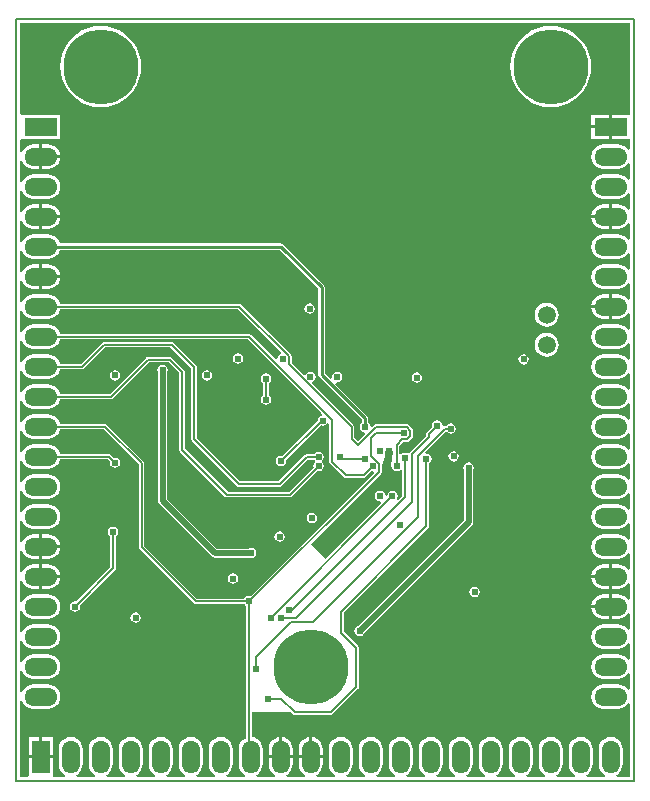
<source format=gbl>
G04*
G04 #@! TF.GenerationSoftware,Altium Limited,Altium Designer,18.1.7 (191)*
G04*
G04 Layer_Physical_Order=4*
G04 Layer_Color=16711680*
%FSLAX25Y25*%
%MOIN*%
G70*
G01*
G75*
%ADD13C,0.01000*%
%ADD15C,0.00800*%
%ADD16C,0.00500*%
%ADD50C,0.02000*%
%ADD54C,0.05906*%
%ADD55C,0.25000*%
%ADD56R,0.11000X0.06000*%
%ADD57O,0.11000X0.06000*%
%ADD58R,0.06000X0.11000*%
%ADD59O,0.06000X0.11000*%
%ADD60C,0.02400*%
G36*
X204871Y222200D02*
X198900D01*
Y218200D01*
Y214200D01*
X204871D01*
Y210580D01*
X204271Y210378D01*
X203753Y211053D01*
X202917Y211694D01*
X201944Y212097D01*
X200900Y212234D01*
X195900D01*
X194856Y212097D01*
X193883Y211694D01*
X193047Y211053D01*
X192406Y210217D01*
X192003Y209244D01*
X191866Y208200D01*
X192003Y207156D01*
X192406Y206183D01*
X193047Y205347D01*
X193883Y204706D01*
X194856Y204303D01*
X195900Y204166D01*
X200900D01*
X201944Y204303D01*
X202917Y204706D01*
X203753Y205347D01*
X204271Y206022D01*
X204871Y205820D01*
Y200580D01*
X204271Y200378D01*
X203753Y201053D01*
X202917Y201694D01*
X201944Y202097D01*
X200900Y202235D01*
X195900D01*
X194856Y202097D01*
X193883Y201694D01*
X193047Y201053D01*
X192406Y200217D01*
X192003Y199244D01*
X191866Y198200D01*
X192003Y197156D01*
X192406Y196183D01*
X193047Y195347D01*
X193883Y194706D01*
X194856Y194303D01*
X195900Y194166D01*
X200900D01*
X201944Y194303D01*
X202917Y194706D01*
X203753Y195347D01*
X204271Y196022D01*
X204871Y195820D01*
Y190580D01*
X204271Y190378D01*
X203753Y191053D01*
X202917Y191694D01*
X201944Y192097D01*
X200900Y192235D01*
X198900D01*
Y188200D01*
Y184166D01*
X200900D01*
X201944Y184303D01*
X202917Y184706D01*
X203753Y185347D01*
X204271Y186022D01*
X204871Y185820D01*
Y180580D01*
X204271Y180378D01*
X203753Y181053D01*
X202917Y181694D01*
X201944Y182097D01*
X200900Y182235D01*
X195900D01*
X194856Y182097D01*
X193883Y181694D01*
X193047Y181053D01*
X192406Y180217D01*
X192003Y179244D01*
X191866Y178200D01*
X192003Y177156D01*
X192406Y176183D01*
X193047Y175347D01*
X193883Y174706D01*
X194856Y174303D01*
X195900Y174165D01*
X200900D01*
X201944Y174303D01*
X202917Y174706D01*
X203753Y175347D01*
X204271Y176022D01*
X204871Y175820D01*
Y170580D01*
X204271Y170378D01*
X203753Y171053D01*
X202917Y171694D01*
X201944Y172097D01*
X200900Y172234D01*
X195900D01*
X194856Y172097D01*
X193883Y171694D01*
X193047Y171053D01*
X192406Y170217D01*
X192003Y169244D01*
X191866Y168200D01*
X192003Y167156D01*
X192406Y166183D01*
X193047Y165347D01*
X193883Y164706D01*
X194856Y164303D01*
X195900Y164165D01*
X200900D01*
X201944Y164303D01*
X202917Y164706D01*
X203753Y165347D01*
X204271Y166022D01*
X204871Y165820D01*
X204871Y160580D01*
X204271Y160378D01*
X203753Y161053D01*
X202917Y161694D01*
X201944Y162097D01*
X200900Y162234D01*
X198900D01*
Y158200D01*
Y154165D01*
X200900D01*
X201944Y154303D01*
X202917Y154706D01*
X203753Y155347D01*
X204271Y156022D01*
X204871Y155820D01*
Y150580D01*
X204271Y150378D01*
X203753Y151053D01*
X202917Y151694D01*
X201944Y152097D01*
X200900Y152234D01*
X195900D01*
X194856Y152097D01*
X193883Y151694D01*
X193047Y151053D01*
X192406Y150217D01*
X192003Y149244D01*
X191866Y148200D01*
X192003Y147156D01*
X192406Y146183D01*
X193047Y145347D01*
X193883Y144706D01*
X194856Y144303D01*
X195900Y144166D01*
X200900D01*
X201944Y144303D01*
X202917Y144706D01*
X203753Y145347D01*
X204271Y146022D01*
X204871Y145820D01*
Y140580D01*
X204271Y140378D01*
X203753Y141053D01*
X202917Y141694D01*
X201944Y142097D01*
X200900Y142235D01*
X195900D01*
X194856Y142097D01*
X193883Y141694D01*
X193047Y141053D01*
X192406Y140217D01*
X192003Y139244D01*
X191866Y138200D01*
X192003Y137156D01*
X192406Y136183D01*
X193047Y135347D01*
X193883Y134706D01*
X194856Y134303D01*
X195900Y134166D01*
X200900D01*
X201944Y134303D01*
X202917Y134706D01*
X203753Y135347D01*
X204271Y136022D01*
X204871Y135820D01*
Y130580D01*
X204271Y130378D01*
X203753Y131053D01*
X202917Y131694D01*
X201944Y132097D01*
X200900Y132235D01*
X195900D01*
X194856Y132097D01*
X193883Y131694D01*
X193047Y131053D01*
X192406Y130217D01*
X192003Y129244D01*
X191866Y128200D01*
X192003Y127156D01*
X192406Y126183D01*
X193047Y125347D01*
X193883Y124706D01*
X194856Y124303D01*
X195900Y124165D01*
X200900D01*
X201944Y124303D01*
X202917Y124706D01*
X203753Y125347D01*
X204271Y126022D01*
X204871Y125820D01*
Y120580D01*
X204271Y120378D01*
X203753Y121053D01*
X202917Y121694D01*
X201944Y122097D01*
X200900Y122234D01*
X195900D01*
X194856Y122097D01*
X193883Y121694D01*
X193047Y121053D01*
X192406Y120217D01*
X192003Y119244D01*
X191866Y118200D01*
X192003Y117156D01*
X192406Y116183D01*
X193047Y115347D01*
X193883Y114706D01*
X194856Y114303D01*
X195900Y114165D01*
X200900D01*
X201944Y114303D01*
X202917Y114706D01*
X203753Y115347D01*
X204271Y116022D01*
X204871Y115820D01*
Y110580D01*
X204271Y110378D01*
X203753Y111053D01*
X202917Y111694D01*
X201944Y112097D01*
X200900Y112234D01*
X195900D01*
X194856Y112097D01*
X193883Y111694D01*
X193047Y111053D01*
X192406Y110217D01*
X192003Y109244D01*
X191866Y108200D01*
X192003Y107156D01*
X192406Y106183D01*
X193047Y105347D01*
X193883Y104706D01*
X194856Y104303D01*
X195900Y104165D01*
X200900D01*
X201944Y104303D01*
X202917Y104706D01*
X203753Y105347D01*
X204271Y106022D01*
X204871Y105820D01*
Y100580D01*
X204271Y100378D01*
X203753Y101053D01*
X202917Y101694D01*
X201944Y102097D01*
X200900Y102234D01*
X195900D01*
X194856Y102097D01*
X193883Y101694D01*
X193047Y101053D01*
X192406Y100217D01*
X192003Y99244D01*
X191866Y98200D01*
X192003Y97156D01*
X192406Y96183D01*
X193047Y95347D01*
X193883Y94706D01*
X194856Y94303D01*
X195900Y94165D01*
X200900D01*
X201944Y94303D01*
X202917Y94706D01*
X203753Y95347D01*
X204271Y96022D01*
X204871Y95820D01*
X204871Y90580D01*
X204271Y90378D01*
X203753Y91053D01*
X202917Y91694D01*
X201944Y92097D01*
X200900Y92234D01*
X195900D01*
X194856Y92097D01*
X193883Y91694D01*
X193047Y91053D01*
X192406Y90217D01*
X192003Y89244D01*
X191866Y88200D01*
X192003Y87156D01*
X192406Y86183D01*
X193047Y85347D01*
X193883Y84706D01*
X194856Y84303D01*
X195900Y84166D01*
X200900D01*
X201944Y84303D01*
X202917Y84706D01*
X203753Y85347D01*
X204271Y86022D01*
X204871Y85820D01*
Y80580D01*
X204271Y80378D01*
X203753Y81053D01*
X202917Y81694D01*
X201944Y82097D01*
X200900Y82235D01*
X195900D01*
X194856Y82097D01*
X193883Y81694D01*
X193047Y81053D01*
X192406Y80217D01*
X192003Y79244D01*
X191866Y78200D01*
X192003Y77156D01*
X192406Y76183D01*
X193047Y75347D01*
X193883Y74706D01*
X194856Y74303D01*
X195900Y74165D01*
X200900D01*
X201944Y74303D01*
X202917Y74706D01*
X203753Y75347D01*
X204271Y76022D01*
X204871Y75820D01*
Y70580D01*
X204271Y70378D01*
X203753Y71053D01*
X202917Y71694D01*
X201944Y72097D01*
X200900Y72234D01*
X198900D01*
Y68200D01*
Y64166D01*
X200900D01*
X201944Y64303D01*
X202917Y64706D01*
X203753Y65347D01*
X204271Y66022D01*
X204871Y65820D01*
Y60580D01*
X204271Y60378D01*
X203753Y61053D01*
X202917Y61694D01*
X201944Y62097D01*
X200900Y62234D01*
X198900D01*
Y58200D01*
Y54166D01*
X200900D01*
X201944Y54303D01*
X202917Y54706D01*
X203753Y55347D01*
X204271Y56022D01*
X204871Y55820D01*
X204871Y50580D01*
X204271Y50378D01*
X203753Y51053D01*
X202917Y51694D01*
X201944Y52097D01*
X200900Y52235D01*
X195900D01*
X194856Y52097D01*
X193883Y51694D01*
X193047Y51053D01*
X192406Y50217D01*
X192003Y49244D01*
X191866Y48200D01*
X192003Y47156D01*
X192406Y46183D01*
X193047Y45347D01*
X193883Y44706D01*
X194856Y44303D01*
X195900Y44166D01*
X200900D01*
X201944Y44303D01*
X202917Y44706D01*
X203753Y45347D01*
X204271Y46022D01*
X204871Y45820D01*
Y40580D01*
X204271Y40378D01*
X203753Y41053D01*
X202917Y41694D01*
X201944Y42097D01*
X200900Y42235D01*
X195900D01*
X194856Y42097D01*
X193883Y41694D01*
X193047Y41053D01*
X192406Y40217D01*
X192003Y39244D01*
X191866Y38200D01*
X192003Y37156D01*
X192406Y36183D01*
X193047Y35347D01*
X193883Y34706D01*
X194856Y34303D01*
X195900Y34165D01*
X200900D01*
X201944Y34303D01*
X202917Y34706D01*
X203753Y35347D01*
X204271Y36022D01*
X204871Y35820D01*
Y30580D01*
X204271Y30378D01*
X203753Y31053D01*
X202917Y31694D01*
X201944Y32097D01*
X200900Y32234D01*
X195900D01*
X194856Y32097D01*
X193883Y31694D01*
X193047Y31053D01*
X192406Y30217D01*
X192003Y29244D01*
X191866Y28200D01*
X192003Y27156D01*
X192406Y26183D01*
X193047Y25347D01*
X193883Y24706D01*
X194856Y24303D01*
X195900Y24166D01*
X200900D01*
X201944Y24303D01*
X202917Y24706D01*
X203753Y25347D01*
X204271Y26022D01*
X204871Y25820D01*
X204871Y1522D01*
X200334D01*
X200215Y2122D01*
X200417Y2206D01*
X201253Y2847D01*
X201894Y3683D01*
X202297Y4656D01*
X202434Y5700D01*
Y10700D01*
X202297Y11744D01*
X201894Y12717D01*
X201253Y13553D01*
X200417Y14194D01*
X199444Y14597D01*
X198400Y14735D01*
X197356Y14597D01*
X196383Y14194D01*
X195547Y13553D01*
X194906Y12717D01*
X194503Y11744D01*
X194366Y10700D01*
Y5700D01*
X194503Y4656D01*
X194906Y3683D01*
X195547Y2847D01*
X196383Y2206D01*
X196585Y2122D01*
X196466Y1522D01*
X190334D01*
X190215Y2122D01*
X190417Y2206D01*
X191253Y2847D01*
X191894Y3683D01*
X192297Y4656D01*
X192435Y5700D01*
Y10700D01*
X192297Y11744D01*
X191894Y12717D01*
X191253Y13553D01*
X190417Y14194D01*
X189444Y14597D01*
X188400Y14735D01*
X187356Y14597D01*
X186383Y14194D01*
X185547Y13553D01*
X184906Y12717D01*
X184503Y11744D01*
X184365Y10700D01*
Y5700D01*
X184503Y4656D01*
X184906Y3683D01*
X185547Y2847D01*
X186383Y2206D01*
X186585Y2122D01*
X186466Y1522D01*
X180334D01*
X180215Y2122D01*
X180417Y2206D01*
X181253Y2847D01*
X181894Y3683D01*
X182297Y4656D01*
X182434Y5700D01*
Y10700D01*
X182297Y11744D01*
X181894Y12717D01*
X181253Y13553D01*
X180417Y14194D01*
X179444Y14597D01*
X178400Y14735D01*
X177356Y14597D01*
X176383Y14194D01*
X175547Y13553D01*
X174906Y12717D01*
X174503Y11744D01*
X174365Y10700D01*
Y5700D01*
X174503Y4656D01*
X174906Y3683D01*
X175547Y2847D01*
X176383Y2206D01*
X176585Y2122D01*
X176466Y1522D01*
X170334D01*
X170215Y2122D01*
X170417Y2206D01*
X171253Y2847D01*
X171894Y3683D01*
X172297Y4656D01*
X172434Y5700D01*
Y10700D01*
X172297Y11744D01*
X171894Y12717D01*
X171253Y13553D01*
X170417Y14194D01*
X169444Y14597D01*
X168400Y14735D01*
X167356Y14597D01*
X166383Y14194D01*
X165547Y13553D01*
X164906Y12717D01*
X164503Y11744D01*
X164365Y10700D01*
Y5700D01*
X164503Y4656D01*
X164906Y3683D01*
X165547Y2847D01*
X166383Y2206D01*
X166585Y2122D01*
X166466Y1522D01*
X160334D01*
X160215Y2122D01*
X160417Y2206D01*
X161253Y2847D01*
X161894Y3683D01*
X162297Y4656D01*
X162434Y5700D01*
Y10700D01*
X162297Y11744D01*
X161894Y12717D01*
X161253Y13553D01*
X160417Y14194D01*
X159444Y14597D01*
X158400Y14735D01*
X157356Y14597D01*
X156383Y14194D01*
X155547Y13553D01*
X154906Y12717D01*
X154503Y11744D01*
X154366Y10700D01*
Y5700D01*
X154503Y4656D01*
X154906Y3683D01*
X155547Y2847D01*
X156383Y2206D01*
X156585Y2122D01*
X156466Y1522D01*
X150334D01*
X150215Y2122D01*
X150417Y2206D01*
X151253Y2847D01*
X151894Y3683D01*
X152297Y4656D01*
X152435Y5700D01*
Y10700D01*
X152297Y11744D01*
X151894Y12717D01*
X151253Y13553D01*
X150417Y14194D01*
X149444Y14597D01*
X148400Y14735D01*
X147356Y14597D01*
X146383Y14194D01*
X145547Y13553D01*
X144906Y12717D01*
X144503Y11744D01*
X144366Y10700D01*
Y5700D01*
X144503Y4656D01*
X144906Y3683D01*
X145547Y2847D01*
X146383Y2206D01*
X146585Y2122D01*
X146466Y1522D01*
X140334D01*
X140215Y2122D01*
X140417Y2206D01*
X141253Y2847D01*
X141894Y3683D01*
X142297Y4656D01*
X142435Y5700D01*
Y10700D01*
X142297Y11744D01*
X141894Y12717D01*
X141253Y13553D01*
X140417Y14194D01*
X139444Y14597D01*
X138400Y14735D01*
X137356Y14597D01*
X136383Y14194D01*
X135547Y13553D01*
X134906Y12717D01*
X134503Y11744D01*
X134365Y10700D01*
Y5700D01*
X134503Y4656D01*
X134906Y3683D01*
X135547Y2847D01*
X136383Y2206D01*
X136585Y2122D01*
X136466Y1522D01*
X130334D01*
X130215Y2122D01*
X130417Y2206D01*
X131253Y2847D01*
X131894Y3683D01*
X132297Y4656D01*
X132434Y5700D01*
Y10700D01*
X132297Y11744D01*
X131894Y12717D01*
X131253Y13553D01*
X130417Y14194D01*
X129444Y14597D01*
X128400Y14735D01*
X127356Y14597D01*
X126383Y14194D01*
X125547Y13553D01*
X124906Y12717D01*
X124503Y11744D01*
X124365Y10700D01*
Y5700D01*
X124503Y4656D01*
X124906Y3683D01*
X125547Y2847D01*
X126383Y2206D01*
X126585Y2122D01*
X126466Y1522D01*
X120334D01*
X120215Y2122D01*
X120417Y2206D01*
X121253Y2847D01*
X121894Y3683D01*
X122297Y4656D01*
X122434Y5700D01*
Y10700D01*
X122297Y11744D01*
X121894Y12717D01*
X121253Y13553D01*
X120417Y14194D01*
X119444Y14597D01*
X118400Y14735D01*
X117356Y14597D01*
X116383Y14194D01*
X115547Y13553D01*
X114906Y12717D01*
X114503Y11744D01*
X114365Y10700D01*
Y5700D01*
X114503Y4656D01*
X114906Y3683D01*
X115547Y2847D01*
X116383Y2206D01*
X116585Y2122D01*
X116466Y1522D01*
X110334D01*
X110215Y2122D01*
X110417Y2206D01*
X111253Y2847D01*
X111894Y3683D01*
X112297Y4656D01*
X112434Y5700D01*
Y10700D01*
X112297Y11744D01*
X111894Y12717D01*
X111253Y13553D01*
X110417Y14194D01*
X109444Y14597D01*
X108400Y14735D01*
X107356Y14597D01*
X106383Y14194D01*
X105547Y13553D01*
X104906Y12717D01*
X104503Y11744D01*
X104366Y10700D01*
Y5700D01*
X104503Y4656D01*
X104906Y3683D01*
X105547Y2847D01*
X106383Y2206D01*
X106585Y2122D01*
X106466Y1522D01*
X100334Y1522D01*
X100215Y2122D01*
X100417Y2206D01*
X101253Y2847D01*
X101894Y3683D01*
X102297Y4656D01*
X102435Y5700D01*
Y7700D01*
X98400D01*
X94366D01*
Y5700D01*
X94503Y4656D01*
X94906Y3683D01*
X95547Y2847D01*
X96383Y2206D01*
X96585Y2122D01*
X96466Y1522D01*
X90334D01*
X90215Y2122D01*
X90417Y2206D01*
X91253Y2847D01*
X91894Y3683D01*
X92297Y4656D01*
X92435Y5700D01*
Y7700D01*
X88400D01*
X84365D01*
Y5700D01*
X84503Y4656D01*
X84906Y3683D01*
X85547Y2847D01*
X86383Y2206D01*
X86585Y2122D01*
X86466Y1522D01*
X80334D01*
X80215Y2122D01*
X80417Y2206D01*
X81253Y2847D01*
X81894Y3683D01*
X82297Y4656D01*
X82434Y5700D01*
Y10700D01*
X82297Y11744D01*
X81894Y12717D01*
X81253Y13553D01*
X80417Y14194D01*
X79444Y14597D01*
X78818Y14680D01*
Y23000D01*
X91702D01*
X92351Y22351D01*
X92649Y22152D01*
X93000Y22082D01*
X105000D01*
X105351Y22152D01*
X105649Y22351D01*
X114149Y30851D01*
X114348Y31149D01*
X114418Y31500D01*
Y44500D01*
X114348Y44851D01*
X114149Y45149D01*
X109418Y49880D01*
Y56120D01*
X137590Y84292D01*
X137789Y84590D01*
X137859Y84941D01*
Y106009D01*
X138167Y106215D01*
X138542Y106778D01*
X138674Y107441D01*
X138542Y108104D01*
X138167Y108667D01*
X137604Y109042D01*
X136941Y109174D01*
X136791Y109144D01*
X136495Y109697D01*
X143066Y116268D01*
X143774Y116274D01*
X144337Y115899D01*
X145000Y115767D01*
X145663Y115899D01*
X146226Y116274D01*
X146601Y116837D01*
X146733Y117500D01*
X146601Y118163D01*
X146226Y118726D01*
X145663Y119101D01*
X145000Y119233D01*
X144337Y119101D01*
X143774Y118726D01*
X143569Y118418D01*
X143000D01*
X142822Y118382D01*
X142722Y118402D01*
X142326Y118632D01*
X142182Y118757D01*
X142101Y119163D01*
X141726Y119726D01*
X141163Y120101D01*
X140500Y120233D01*
X139837Y120101D01*
X139274Y119726D01*
X138899Y119163D01*
X138767Y118500D01*
X138839Y118137D01*
X137179Y116476D01*
X136980Y116179D01*
X136910Y115828D01*
Y115208D01*
X131351Y109649D01*
X131152Y109351D01*
X130545Y109374D01*
X130492Y109409D01*
X129828Y109541D01*
X129165Y109409D01*
X128603Y109034D01*
X128518Y108906D01*
X127918Y109088D01*
Y111620D01*
X129280Y112982D01*
X130370D01*
X130721Y113052D01*
X131019Y113251D01*
X132249Y114481D01*
X132448Y114779D01*
X132518Y115130D01*
Y116870D01*
X132448Y117221D01*
X132249Y117519D01*
X131019Y118749D01*
X130721Y118948D01*
X130370Y119018D01*
X120100D01*
X119749Y118948D01*
X119451Y118749D01*
X118821Y118119D01*
X118170Y118317D01*
X118101Y118663D01*
X117726Y119226D01*
X117520Y119363D01*
Y121000D01*
X117442Y121390D01*
X117221Y121721D01*
X106563Y132379D01*
X106578Y132531D01*
X107229Y133014D01*
X107244Y133011D01*
X107907Y133143D01*
X108470Y133519D01*
X108845Y134081D01*
X108977Y134744D01*
X108845Y135407D01*
X108470Y135970D01*
X107907Y136346D01*
X107244Y136477D01*
X106581Y136346D01*
X106018Y135970D01*
X105643Y135407D01*
X105511Y134744D01*
X105514Y134729D01*
X105032Y134078D01*
X104879Y134063D01*
X103020Y135922D01*
Y164680D01*
X102942Y165070D01*
X102721Y165401D01*
X89201Y178921D01*
X88870Y179142D01*
X88480Y179220D01*
X14800D01*
X14797Y179244D01*
X14394Y180217D01*
X13753Y181053D01*
X12917Y181694D01*
X11944Y182097D01*
X10900Y182235D01*
X5900D01*
X4856Y182097D01*
X3883Y181694D01*
X3047Y181053D01*
X2406Y180217D01*
X2129Y179549D01*
X1529Y179669D01*
Y186731D01*
X2129Y186851D01*
X2406Y186183D01*
X3047Y185347D01*
X3883Y184706D01*
X4856Y184303D01*
X5900Y184166D01*
X7900D01*
Y188200D01*
Y192235D01*
X5900D01*
X4856Y192097D01*
X3883Y191694D01*
X3047Y191053D01*
X2406Y190217D01*
X2129Y189549D01*
X1529Y189669D01*
X1529Y196731D01*
X2129Y196851D01*
X2406Y196183D01*
X3047Y195347D01*
X3883Y194706D01*
X4856Y194303D01*
X5900Y194166D01*
X10900D01*
X11944Y194303D01*
X12917Y194706D01*
X13753Y195347D01*
X14394Y196183D01*
X14797Y197156D01*
X14934Y198200D01*
X14797Y199244D01*
X14394Y200217D01*
X13753Y201053D01*
X12917Y201694D01*
X11944Y202097D01*
X10900Y202235D01*
X5900D01*
X4856Y202097D01*
X3883Y201694D01*
X3047Y201053D01*
X2406Y200217D01*
X2129Y199549D01*
X1529Y199669D01*
Y206731D01*
X2129Y206851D01*
X2406Y206183D01*
X3047Y205347D01*
X3883Y204706D01*
X4856Y204303D01*
X5900Y204166D01*
X7900D01*
Y208200D01*
Y212234D01*
X5900D01*
X4856Y212097D01*
X3883Y211694D01*
X3047Y211053D01*
X2406Y210217D01*
X2129Y209549D01*
X1529Y209669D01*
Y213754D01*
X1900Y214200D01*
X2129Y214200D01*
X14900D01*
Y222200D01*
X2129D01*
X1529Y222646D01*
Y252671D01*
X204871Y252671D01*
X204871Y222200D01*
D02*
G37*
G36*
X100980Y164257D02*
Y135500D01*
X101058Y135110D01*
X101279Y134779D01*
X115480Y120578D01*
Y119363D01*
X115274Y119226D01*
X114899Y118663D01*
X114767Y118000D01*
X114899Y117337D01*
X115274Y116774D01*
X115837Y116399D01*
X116183Y116330D01*
X116381Y115679D01*
X114000Y113298D01*
X112918Y114380D01*
Y118000D01*
X112848Y118351D01*
X112649Y118649D01*
X98732Y132566D01*
X98875Y133038D01*
X98970Y133177D01*
X99481Y133519D01*
X99857Y134081D01*
X99989Y134744D01*
X99857Y135407D01*
X99481Y135970D01*
X98919Y136346D01*
X98256Y136477D01*
X97593Y136346D01*
X97030Y135970D01*
X96688Y135458D01*
X96550Y135363D01*
X96078Y135220D01*
X92018Y139280D01*
Y141742D01*
X91948Y142093D01*
X91749Y142391D01*
X75291Y158849D01*
X74993Y159048D01*
X74642Y159118D01*
X14814D01*
X14797Y159244D01*
X14394Y160217D01*
X13753Y161053D01*
X12917Y161694D01*
X11944Y162097D01*
X10900Y162234D01*
X5900D01*
X4856Y162097D01*
X3883Y161694D01*
X3047Y161053D01*
X2406Y160217D01*
X2129Y159549D01*
X1529Y159669D01*
Y166731D01*
X2129Y166851D01*
X2406Y166183D01*
X3047Y165347D01*
X3883Y164706D01*
X4856Y164303D01*
X5900Y164165D01*
X7900D01*
Y168200D01*
Y172234D01*
X5900D01*
X4856Y172097D01*
X3883Y171694D01*
X3047Y171053D01*
X2406Y170217D01*
X2129Y169549D01*
X1529Y169669D01*
Y176731D01*
X2129Y176851D01*
X2406Y176183D01*
X3047Y175347D01*
X3883Y174706D01*
X4856Y174303D01*
X5900Y174165D01*
X10900D01*
X11944Y174303D01*
X12917Y174706D01*
X13753Y175347D01*
X14394Y176183D01*
X14797Y177156D01*
X14800Y177180D01*
X88057D01*
X100980Y164257D01*
D02*
G37*
G36*
X88507Y143037D02*
X88422Y142754D01*
X88268Y142428D01*
X87774Y142098D01*
X87399Y141536D01*
X87273Y140903D01*
X87144Y140818D01*
X86704Y140623D01*
X78479Y148849D01*
X78181Y149048D01*
X77830Y149118D01*
X14814D01*
X14797Y149244D01*
X14394Y150217D01*
X13753Y151053D01*
X12917Y151694D01*
X11944Y152097D01*
X10900Y152234D01*
X5900D01*
X4856Y152097D01*
X3883Y151694D01*
X3047Y151053D01*
X2406Y150217D01*
X2129Y149549D01*
X1529Y149669D01*
Y156731D01*
X2129Y156851D01*
X2406Y156183D01*
X3047Y155347D01*
X3883Y154706D01*
X4856Y154303D01*
X5900Y154165D01*
X10900D01*
X11944Y154303D01*
X12917Y154706D01*
X13753Y155347D01*
X14394Y156183D01*
X14797Y157156D01*
X14814Y157282D01*
X74262D01*
X88507Y143037D01*
D02*
G37*
G36*
X102256Y122476D02*
X102059Y121825D01*
X101837Y121781D01*
X101274Y121405D01*
X100899Y120843D01*
X100783Y120260D01*
X88863Y108341D01*
X88500Y108413D01*
X87837Y108281D01*
X87274Y107905D01*
X86899Y107343D01*
X86767Y106679D01*
X86899Y106016D01*
X87274Y105454D01*
X87837Y105078D01*
X88500Y104946D01*
X89163Y105078D01*
X89726Y105454D01*
X90101Y106016D01*
X90233Y106679D01*
X90161Y107043D01*
X101753Y118634D01*
X101837Y118578D01*
X102500Y118446D01*
X103163Y118578D01*
X103726Y118954D01*
X103982Y119338D01*
X104582Y119156D01*
Y106500D01*
X104652Y106149D01*
X104851Y105851D01*
X109351Y101351D01*
X109649Y101152D01*
X110000Y101082D01*
X116000D01*
X116351Y101152D01*
X116649Y101351D01*
X118593Y103296D01*
X119164Y103227D01*
X119414Y102711D01*
X78330Y61628D01*
X77800Y61733D01*
X77137Y61601D01*
X76574Y61226D01*
X76302Y60818D01*
X60480D01*
X42918Y78380D01*
Y106000D01*
X42848Y106351D01*
X42649Y106649D01*
X30449Y118849D01*
X30151Y119048D01*
X29800Y119118D01*
X14814D01*
X14797Y119244D01*
X14394Y120217D01*
X13753Y121053D01*
X12917Y121694D01*
X11944Y122097D01*
X10900Y122234D01*
X5900D01*
X4856Y122097D01*
X3883Y121694D01*
X3047Y121053D01*
X2406Y120217D01*
X2129Y119549D01*
X1529Y119669D01*
Y126731D01*
X2129Y126851D01*
X2406Y126183D01*
X3047Y125347D01*
X3883Y124706D01*
X4856Y124303D01*
X5900Y124165D01*
X10900D01*
X11944Y124303D01*
X12917Y124706D01*
X13753Y125347D01*
X14394Y126183D01*
X14797Y127156D01*
X14814Y127282D01*
X31700D01*
X32051Y127352D01*
X32349Y127551D01*
X44380Y139582D01*
X51120D01*
X54582Y136120D01*
Y110500D01*
X54652Y110149D01*
X54851Y109851D01*
X69851Y94851D01*
X70149Y94652D01*
X70500Y94582D01*
X91500D01*
X91851Y94652D01*
X92149Y94851D01*
X100637Y103339D01*
X101000Y103267D01*
X101663Y103399D01*
X102226Y103774D01*
X102601Y104337D01*
X102733Y105000D01*
X102601Y105663D01*
X102226Y106226D01*
Y106774D01*
X102601Y107337D01*
X102733Y108000D01*
X102601Y108663D01*
X102226Y109226D01*
X101663Y109601D01*
X101000Y109733D01*
X100337Y109601D01*
X99774Y109226D01*
X99569Y108918D01*
X97000D01*
X96649Y108848D01*
X96351Y108649D01*
X87620Y99918D01*
X74880D01*
X60418Y114380D01*
Y138000D01*
X60348Y138351D01*
X60149Y138649D01*
X52649Y146149D01*
X52351Y146348D01*
X52000Y146418D01*
X29500D01*
X29149Y146348D01*
X28851Y146149D01*
X21820Y139118D01*
X14814D01*
X14797Y139244D01*
X14394Y140217D01*
X13753Y141053D01*
X12917Y141694D01*
X11944Y142097D01*
X10900Y142235D01*
X5900D01*
X4856Y142097D01*
X3883Y141694D01*
X3047Y141053D01*
X2406Y140217D01*
X2129Y139549D01*
X1529Y139669D01*
Y146731D01*
X2129Y146851D01*
X2406Y146183D01*
X3047Y145347D01*
X3883Y144706D01*
X4856Y144303D01*
X5900Y144166D01*
X10900D01*
X11944Y144303D01*
X12917Y144706D01*
X13753Y145347D01*
X14394Y146183D01*
X14797Y147156D01*
X14814Y147282D01*
X77450D01*
X102256Y122476D01*
D02*
G37*
G36*
X41082Y105620D02*
Y78000D01*
X41152Y77649D01*
X41351Y77351D01*
X59451Y59251D01*
X59749Y59052D01*
X60100Y58982D01*
X76435D01*
X76574Y58774D01*
X76982Y58502D01*
Y14442D01*
X76383Y14194D01*
X75547Y13553D01*
X74906Y12717D01*
X74503Y11744D01*
X74366Y10700D01*
Y5700D01*
X74503Y4656D01*
X74906Y3683D01*
X75547Y2847D01*
X76383Y2206D01*
X76585Y2122D01*
X76466Y1522D01*
X70334D01*
X70215Y2122D01*
X70417Y2206D01*
X71253Y2847D01*
X71894Y3683D01*
X72297Y4656D01*
X72435Y5700D01*
Y10700D01*
X72297Y11744D01*
X71894Y12717D01*
X71253Y13553D01*
X70417Y14194D01*
X69444Y14597D01*
X68400Y14735D01*
X67356Y14597D01*
X66383Y14194D01*
X65547Y13553D01*
X64906Y12717D01*
X64503Y11744D01*
X64366Y10700D01*
Y5700D01*
X64503Y4656D01*
X64906Y3683D01*
X65547Y2847D01*
X66383Y2206D01*
X66585Y2122D01*
X66466Y1522D01*
X60334D01*
X60215Y2122D01*
X60417Y2206D01*
X61253Y2847D01*
X61894Y3683D01*
X62297Y4656D01*
X62435Y5700D01*
Y10700D01*
X62297Y11744D01*
X61894Y12717D01*
X61253Y13553D01*
X60417Y14194D01*
X59444Y14597D01*
X58400Y14735D01*
X57356Y14597D01*
X56383Y14194D01*
X55547Y13553D01*
X54906Y12717D01*
X54503Y11744D01*
X54365Y10700D01*
Y5700D01*
X54503Y4656D01*
X54906Y3683D01*
X55547Y2847D01*
X56383Y2206D01*
X56585Y2122D01*
X56466Y1522D01*
X50334D01*
X50215Y2122D01*
X50417Y2206D01*
X51253Y2847D01*
X51894Y3683D01*
X52297Y4656D01*
X52434Y5700D01*
Y10700D01*
X52297Y11744D01*
X51894Y12717D01*
X51253Y13553D01*
X50417Y14194D01*
X49444Y14597D01*
X48400Y14735D01*
X47356Y14597D01*
X46383Y14194D01*
X45547Y13553D01*
X44906Y12717D01*
X44503Y11744D01*
X44366Y10700D01*
Y5700D01*
X44503Y4656D01*
X44906Y3683D01*
X45547Y2847D01*
X46383Y2206D01*
X46585Y2122D01*
X46466Y1522D01*
X40334D01*
X40215Y2122D01*
X40417Y2206D01*
X41253Y2847D01*
X41894Y3683D01*
X42297Y4656D01*
X42434Y5700D01*
Y10700D01*
X42297Y11744D01*
X41894Y12717D01*
X41253Y13553D01*
X40417Y14194D01*
X39444Y14597D01*
X38400Y14735D01*
X37356Y14597D01*
X36383Y14194D01*
X35547Y13553D01*
X34906Y12717D01*
X34503Y11744D01*
X34365Y10700D01*
Y5700D01*
X34503Y4656D01*
X34906Y3683D01*
X35547Y2847D01*
X36383Y2206D01*
X36585Y2122D01*
X36466Y1522D01*
X30334D01*
X30215Y2122D01*
X30417Y2206D01*
X31253Y2847D01*
X31894Y3683D01*
X32297Y4656D01*
X32434Y5700D01*
Y10700D01*
X32297Y11744D01*
X31894Y12717D01*
X31253Y13553D01*
X30417Y14194D01*
X29444Y14597D01*
X28400Y14735D01*
X27356Y14597D01*
X26383Y14194D01*
X25547Y13553D01*
X24906Y12717D01*
X24503Y11744D01*
X24365Y10700D01*
Y5700D01*
X24503Y4656D01*
X24906Y3683D01*
X25547Y2847D01*
X26383Y2206D01*
X26585Y2122D01*
X26466Y1522D01*
X20334D01*
X20215Y2122D01*
X20417Y2206D01*
X21253Y2847D01*
X21894Y3683D01*
X22297Y4656D01*
X22434Y5700D01*
Y10700D01*
X22297Y11744D01*
X21894Y12717D01*
X21253Y13553D01*
X20417Y14194D01*
X19444Y14597D01*
X18400Y14735D01*
X17356Y14597D01*
X16383Y14194D01*
X15547Y13553D01*
X14906Y12717D01*
X14503Y11744D01*
X14366Y10700D01*
Y5700D01*
X14503Y4656D01*
X14906Y3683D01*
X15547Y2847D01*
X16383Y2206D01*
X16585Y2122D01*
X16466Y1522D01*
X12926D01*
X12400Y1700D01*
X12400Y2122D01*
Y7700D01*
X8400D01*
X4400D01*
Y2122D01*
X3874Y1522D01*
X1529D01*
Y26731D01*
X2129Y26851D01*
X2406Y26183D01*
X3047Y25347D01*
X3883Y24706D01*
X4856Y24303D01*
X5900Y24166D01*
X10900D01*
X11944Y24303D01*
X12917Y24706D01*
X13753Y25347D01*
X14394Y26183D01*
X14797Y27156D01*
X14934Y28200D01*
X14797Y29244D01*
X14394Y30217D01*
X13753Y31053D01*
X12917Y31694D01*
X11944Y32097D01*
X10900Y32234D01*
X5900D01*
X4856Y32097D01*
X3883Y31694D01*
X3047Y31053D01*
X2406Y30217D01*
X2129Y29549D01*
X1529Y29669D01*
Y36731D01*
X2129Y36851D01*
X2406Y36183D01*
X3047Y35347D01*
X3883Y34706D01*
X4856Y34303D01*
X5900Y34165D01*
X10900D01*
X11944Y34303D01*
X12917Y34706D01*
X13753Y35347D01*
X14394Y36183D01*
X14797Y37156D01*
X14934Y38200D01*
X14797Y39244D01*
X14394Y40217D01*
X13753Y41053D01*
X12917Y41694D01*
X11944Y42097D01*
X10900Y42235D01*
X5900D01*
X4856Y42097D01*
X3883Y41694D01*
X3047Y41053D01*
X2406Y40217D01*
X2129Y39549D01*
X1529Y39669D01*
Y46731D01*
X2129Y46851D01*
X2406Y46183D01*
X3047Y45347D01*
X3883Y44706D01*
X4856Y44303D01*
X5900Y44166D01*
X10900D01*
X11944Y44303D01*
X12917Y44706D01*
X13753Y45347D01*
X14394Y46183D01*
X14797Y47156D01*
X14934Y48200D01*
X14797Y49244D01*
X14394Y50217D01*
X13753Y51053D01*
X12917Y51694D01*
X11944Y52097D01*
X10900Y52235D01*
X5900D01*
X4856Y52097D01*
X3883Y51694D01*
X3047Y51053D01*
X2406Y50217D01*
X2129Y49549D01*
X1529Y49669D01*
Y56731D01*
X2129Y56851D01*
X2406Y56183D01*
X3047Y55347D01*
X3883Y54706D01*
X4856Y54303D01*
X5900Y54166D01*
X10900D01*
X11944Y54303D01*
X12917Y54706D01*
X13753Y55347D01*
X14394Y56183D01*
X14797Y57156D01*
X14934Y58200D01*
X14797Y59244D01*
X14394Y60217D01*
X13753Y61053D01*
X12917Y61694D01*
X11944Y62097D01*
X10900Y62234D01*
X5900D01*
X4856Y62097D01*
X3883Y61694D01*
X3047Y61053D01*
X2406Y60217D01*
X2129Y59549D01*
X1529Y59669D01*
X1529Y66731D01*
X2129Y66851D01*
X2406Y66183D01*
X3047Y65347D01*
X3883Y64706D01*
X4856Y64303D01*
X5900Y64166D01*
X7900D01*
Y68200D01*
Y72234D01*
X5900D01*
X4856Y72097D01*
X3883Y71694D01*
X3047Y71053D01*
X2406Y70217D01*
X2129Y69549D01*
X1529Y69669D01*
Y76731D01*
X2129Y76851D01*
X2406Y76183D01*
X3047Y75347D01*
X3883Y74706D01*
X4856Y74303D01*
X5900Y74165D01*
X7900D01*
Y78200D01*
Y82235D01*
X5900D01*
X4856Y82097D01*
X3883Y81694D01*
X3047Y81053D01*
X2406Y80217D01*
X2129Y79549D01*
X1529Y79669D01*
Y86731D01*
X2129Y86851D01*
X2406Y86183D01*
X3047Y85347D01*
X3883Y84706D01*
X4856Y84303D01*
X5900Y84166D01*
X10900D01*
X11944Y84303D01*
X12917Y84706D01*
X13753Y85347D01*
X14394Y86183D01*
X14797Y87156D01*
X14934Y88200D01*
X14797Y89244D01*
X14394Y90217D01*
X13753Y91053D01*
X12917Y91694D01*
X11944Y92097D01*
X10900Y92234D01*
X5900D01*
X4856Y92097D01*
X3883Y91694D01*
X3047Y91053D01*
X2406Y90217D01*
X2129Y89549D01*
X1529Y89669D01*
Y96731D01*
X2129Y96851D01*
X2406Y96183D01*
X3047Y95347D01*
X3883Y94706D01*
X4856Y94303D01*
X5900Y94165D01*
X10900D01*
X11944Y94303D01*
X12917Y94706D01*
X13753Y95347D01*
X14394Y96183D01*
X14797Y97156D01*
X14934Y98200D01*
X14797Y99244D01*
X14394Y100217D01*
X13753Y101053D01*
X12917Y101694D01*
X11944Y102097D01*
X10900Y102234D01*
X5900D01*
X4856Y102097D01*
X3883Y101694D01*
X3047Y101053D01*
X2406Y100217D01*
X2129Y99549D01*
X1529Y99669D01*
Y106731D01*
X2129Y106851D01*
X2406Y106183D01*
X3047Y105347D01*
X3883Y104706D01*
X4856Y104303D01*
X5900Y104165D01*
X10900D01*
X11944Y104303D01*
X12917Y104706D01*
X13753Y105347D01*
X14394Y106183D01*
X14797Y107156D01*
X14814Y107282D01*
X30779D01*
X31519Y106543D01*
X31446Y106179D01*
X31578Y105516D01*
X31954Y104954D01*
X32516Y104578D01*
X33180Y104446D01*
X33843Y104578D01*
X34405Y104954D01*
X34781Y105516D01*
X34913Y106179D01*
X34781Y106843D01*
X34405Y107405D01*
X33843Y107781D01*
X33180Y107913D01*
X32816Y107841D01*
X31808Y108849D01*
X31510Y109048D01*
X31159Y109118D01*
X14814D01*
X14797Y109244D01*
X14394Y110217D01*
X13753Y111053D01*
X12917Y111694D01*
X11944Y112097D01*
X10900Y112234D01*
X5900D01*
X4856Y112097D01*
X3883Y111694D01*
X3047Y111053D01*
X2406Y110217D01*
X2129Y109549D01*
X1529Y109669D01*
Y116731D01*
X2129Y116851D01*
X2406Y116183D01*
X3047Y115347D01*
X3883Y114706D01*
X4856Y114303D01*
X5900Y114165D01*
X10900D01*
X11944Y114303D01*
X12917Y114706D01*
X13753Y115347D01*
X14394Y116183D01*
X14797Y117156D01*
X14814Y117282D01*
X29420D01*
X41082Y105620D01*
D02*
G37*
G36*
X58582Y137620D02*
Y114000D01*
X58652Y113649D01*
X58851Y113351D01*
X73851Y98351D01*
X74149Y98152D01*
X74500Y98082D01*
X88000D01*
X88351Y98152D01*
X88649Y98351D01*
X97380Y107082D01*
X99569D01*
X99695Y106894D01*
X99774Y106226D01*
X99399Y105663D01*
X99267Y105000D01*
X99339Y104637D01*
X91120Y96418D01*
X70880D01*
X56418Y110880D01*
Y136500D01*
X56348Y136851D01*
X56149Y137149D01*
X52149Y141149D01*
X51851Y141348D01*
X51500Y141418D01*
X44000D01*
X43649Y141348D01*
X43351Y141149D01*
X31320Y129118D01*
X14814D01*
X14797Y129244D01*
X14394Y130217D01*
X13753Y131053D01*
X12917Y131694D01*
X11944Y132097D01*
X10900Y132235D01*
X5900D01*
X4856Y132097D01*
X3883Y131694D01*
X3047Y131053D01*
X2406Y130217D01*
X2129Y129549D01*
X1529Y129669D01*
Y136731D01*
X2129Y136851D01*
X2406Y136183D01*
X3047Y135347D01*
X3883Y134706D01*
X4856Y134303D01*
X5900Y134166D01*
X10900D01*
X11944Y134303D01*
X12917Y134706D01*
X13753Y135347D01*
X14394Y136183D01*
X14797Y137156D01*
X14814Y137282D01*
X22200D01*
X22551Y137352D01*
X22849Y137551D01*
X29880Y144582D01*
X51620D01*
X58582Y137620D01*
D02*
G37*
G36*
X125700Y110012D02*
X125267Y105000D01*
X125399Y104337D01*
X125774Y103774D01*
X126337Y103399D01*
X127000Y103267D01*
X127663Y103399D01*
X128226Y103774D01*
X128290Y103871D01*
X128890Y103689D01*
Y95188D01*
X127473Y93771D01*
X127007Y94154D01*
X127187Y94422D01*
X127319Y95085D01*
X127187Y95749D01*
X126811Y96311D01*
X126249Y96687D01*
X125585Y96819D01*
X124922Y96687D01*
X124360Y96311D01*
X123984Y95749D01*
X123870Y95174D01*
X123818Y95134D01*
X123207Y95340D01*
X123154Y95401D01*
X123101Y95663D01*
X122726Y96226D01*
X122163Y96601D01*
X121500Y96733D01*
X120837Y96601D01*
X120274Y96226D01*
X119899Y95663D01*
X119767Y95000D01*
X119899Y94337D01*
X120274Y93774D01*
X120837Y93399D01*
X121500Y93267D01*
X121650Y93297D01*
X121946Y92744D01*
X103351Y74149D01*
X98399Y79101D01*
X121749Y102451D01*
X121948Y102749D01*
X122018Y103100D01*
Y105110D01*
X123300Y108070D01*
Y110012D01*
X124200Y110800D01*
X125700Y110012D01*
D02*
G37*
%LPC*%
G36*
X178400Y251742D02*
X176282Y251575D01*
X174215Y251079D01*
X172252Y250266D01*
X170440Y249155D01*
X168825Y247776D01*
X167445Y246160D01*
X166334Y244348D01*
X165521Y242385D01*
X165025Y240318D01*
X164858Y238200D01*
X165025Y236082D01*
X165521Y234015D01*
X166334Y232052D01*
X167445Y230240D01*
X168825Y228625D01*
X170440Y227244D01*
X172252Y226134D01*
X174215Y225321D01*
X176282Y224825D01*
X178400Y224658D01*
X180518Y224825D01*
X182585Y225321D01*
X184548Y226134D01*
X186360Y227244D01*
X187976Y228625D01*
X189356Y230240D01*
X190466Y232052D01*
X191279Y234015D01*
X191775Y236082D01*
X191942Y238200D01*
X191775Y240318D01*
X191279Y242385D01*
X190466Y244348D01*
X189356Y246160D01*
X187976Y247776D01*
X186360Y249155D01*
X184548Y250266D01*
X182585Y251079D01*
X180518Y251575D01*
X178400Y251742D01*
D02*
G37*
G36*
X28400D02*
X26282Y251575D01*
X24215Y251079D01*
X22252Y250266D01*
X20440Y249155D01*
X18824Y247776D01*
X17445Y246160D01*
X16334Y244348D01*
X15521Y242385D01*
X15025Y240318D01*
X14858Y238200D01*
X15025Y236082D01*
X15521Y234015D01*
X16334Y232052D01*
X17445Y230240D01*
X18824Y228625D01*
X20440Y227244D01*
X22252Y226134D01*
X24215Y225321D01*
X26282Y224825D01*
X28400Y224658D01*
X30518Y224825D01*
X32585Y225321D01*
X34548Y226134D01*
X36360Y227244D01*
X37975Y228625D01*
X39355Y230240D01*
X40466Y232052D01*
X41279Y234015D01*
X41775Y236082D01*
X41942Y238200D01*
X41775Y240318D01*
X41279Y242385D01*
X40466Y244348D01*
X39355Y246160D01*
X37975Y247776D01*
X36360Y249155D01*
X34548Y250266D01*
X32585Y251079D01*
X30518Y251575D01*
X28400Y251742D01*
D02*
G37*
G36*
X197900Y222200D02*
X191900D01*
Y218700D01*
X197900D01*
Y222200D01*
D02*
G37*
G36*
Y217700D02*
X191900D01*
Y214200D01*
X197900D01*
Y217700D01*
D02*
G37*
G36*
X10900Y212234D02*
X8900D01*
Y208700D01*
X14869D01*
X14797Y209244D01*
X14394Y210217D01*
X13753Y211053D01*
X12917Y211694D01*
X11944Y212097D01*
X10900Y212234D01*
D02*
G37*
G36*
X14869Y207700D02*
X8900D01*
Y204166D01*
X10900D01*
X11944Y204303D01*
X12917Y204706D01*
X13753Y205347D01*
X14394Y206183D01*
X14797Y207156D01*
X14869Y207700D01*
D02*
G37*
G36*
X197900Y192235D02*
X195900D01*
X194856Y192097D01*
X193883Y191694D01*
X193047Y191053D01*
X192406Y190217D01*
X192003Y189244D01*
X191931Y188700D01*
X197900D01*
Y192235D01*
D02*
G37*
G36*
X10900D02*
X8900D01*
Y188700D01*
X14869D01*
X14797Y189244D01*
X14394Y190217D01*
X13753Y191053D01*
X12917Y191694D01*
X11944Y192097D01*
X10900Y192235D01*
D02*
G37*
G36*
X197900Y187700D02*
X191931D01*
X192003Y187156D01*
X192406Y186183D01*
X193047Y185347D01*
X193883Y184706D01*
X194856Y184303D01*
X195900Y184166D01*
X197900D01*
Y187700D01*
D02*
G37*
G36*
X14869D02*
X8900D01*
Y184166D01*
X10900D01*
X11944Y184303D01*
X12917Y184706D01*
X13753Y185347D01*
X14394Y186183D01*
X14797Y187156D01*
X14869Y187700D01*
D02*
G37*
G36*
X197900Y162234D02*
X195900D01*
X194856Y162097D01*
X193883Y161694D01*
X193047Y161053D01*
X192406Y160217D01*
X192003Y159244D01*
X191931Y158700D01*
X197900D01*
Y162234D01*
D02*
G37*
G36*
Y157700D02*
X191931D01*
X192003Y157156D01*
X192406Y156183D01*
X193047Y155347D01*
X193883Y154706D01*
X194856Y154303D01*
X195900Y154165D01*
X197900D01*
Y157700D01*
D02*
G37*
G36*
X177000Y159487D02*
X175968Y159351D01*
X175007Y158953D01*
X174181Y158319D01*
X173547Y157493D01*
X173149Y156532D01*
X173013Y155500D01*
X173149Y154468D01*
X173547Y153507D01*
X174181Y152681D01*
X175007Y152047D01*
X175968Y151649D01*
X177000Y151513D01*
X178032Y151649D01*
X178993Y152047D01*
X179819Y152681D01*
X180453Y153507D01*
X180851Y154468D01*
X180987Y155500D01*
X180851Y156532D01*
X180453Y157493D01*
X179819Y158319D01*
X178993Y158953D01*
X178032Y159351D01*
X177000Y159487D01*
D02*
G37*
G36*
Y149487D02*
X175968Y149351D01*
X175007Y148953D01*
X174181Y148319D01*
X173547Y147493D01*
X173149Y146532D01*
X173013Y145500D01*
X173149Y144468D01*
X173547Y143507D01*
X174181Y142681D01*
X175007Y142047D01*
X175968Y141649D01*
X177000Y141513D01*
X178032Y141649D01*
X178993Y142047D01*
X179819Y142681D01*
X180453Y143507D01*
X180851Y144468D01*
X180987Y145500D01*
X180851Y146532D01*
X180453Y147493D01*
X179819Y148319D01*
X178993Y148953D01*
X178032Y149351D01*
X177000Y149487D01*
D02*
G37*
G36*
X169346Y142336D02*
X168683Y142204D01*
X168121Y141828D01*
X167745Y141266D01*
X167613Y140602D01*
X167745Y139939D01*
X168121Y139377D01*
X168683Y139001D01*
X169346Y138869D01*
X170010Y139001D01*
X170572Y139377D01*
X170948Y139939D01*
X171080Y140602D01*
X170948Y141266D01*
X170572Y141828D01*
X170010Y142204D01*
X169346Y142336D01*
D02*
G37*
G36*
X133756Y136233D02*
X133093Y136101D01*
X132530Y135726D01*
X132155Y135163D01*
X132023Y134500D01*
X132155Y133837D01*
X132530Y133274D01*
X133093Y132899D01*
X133756Y132767D01*
X134419Y132899D01*
X134982Y133274D01*
X135357Y133837D01*
X135489Y134500D01*
X135357Y135163D01*
X134982Y135726D01*
X134419Y136101D01*
X133756Y136233D01*
D02*
G37*
G36*
X146044Y109989D02*
X145381Y109857D01*
X144818Y109482D01*
X144443Y108919D01*
X144311Y108256D01*
X144443Y107593D01*
X144818Y107030D01*
X145381Y106655D01*
X146044Y106523D01*
X146707Y106655D01*
X147270Y107030D01*
X147645Y107593D01*
X147777Y108256D01*
X147645Y108919D01*
X147270Y109482D01*
X146707Y109857D01*
X146044Y109989D01*
D02*
G37*
G36*
X197900Y72234D02*
X195900D01*
X194856Y72097D01*
X193883Y71694D01*
X193047Y71053D01*
X192406Y70217D01*
X192003Y69244D01*
X191931Y68700D01*
X197900D01*
Y72234D01*
D02*
G37*
G36*
Y67700D02*
X191931D01*
X192003Y67156D01*
X192406Y66183D01*
X193047Y65347D01*
X193883Y64706D01*
X194856Y64303D01*
X195900Y64166D01*
X197900D01*
Y67700D01*
D02*
G37*
G36*
X153000Y64733D02*
X152337Y64601D01*
X151774Y64226D01*
X151399Y63663D01*
X151267Y63000D01*
X151399Y62337D01*
X151774Y61774D01*
X152337Y61399D01*
X153000Y61267D01*
X153663Y61399D01*
X154226Y61774D01*
X154601Y62337D01*
X154733Y63000D01*
X154601Y63663D01*
X154226Y64226D01*
X153663Y64601D01*
X153000Y64733D01*
D02*
G37*
G36*
X197900Y62234D02*
X195900D01*
X194856Y62097D01*
X193883Y61694D01*
X193047Y61053D01*
X192406Y60217D01*
X192003Y59244D01*
X191931Y58700D01*
X197900D01*
Y62234D01*
D02*
G37*
G36*
Y57700D02*
X191931D01*
X192003Y57156D01*
X192406Y56183D01*
X193047Y55347D01*
X193883Y54706D01*
X194856Y54303D01*
X195900Y54166D01*
X197900D01*
Y57700D01*
D02*
G37*
G36*
X151000Y106233D02*
X150337Y106101D01*
X149774Y105726D01*
X149399Y105163D01*
X149267Y104500D01*
X149399Y103837D01*
X149471Y103729D01*
Y86971D01*
X114127Y51627D01*
X114000Y51601D01*
X113437Y51226D01*
X113061Y50663D01*
X112930Y50000D01*
X113061Y49337D01*
X113437Y48774D01*
X114000Y48399D01*
X114663Y48267D01*
X115326Y48399D01*
X115889Y48774D01*
X116264Y49337D01*
X116289Y49464D01*
X152081Y85256D01*
X152413Y85752D01*
X152529Y86337D01*
Y103729D01*
X152601Y103837D01*
X152733Y104500D01*
X152601Y105163D01*
X152226Y105726D01*
X151663Y106101D01*
X151000Y106233D01*
D02*
G37*
G36*
X98900Y14669D02*
Y8700D01*
X102435D01*
Y10700D01*
X102297Y11744D01*
X101894Y12717D01*
X101253Y13553D01*
X100417Y14194D01*
X99444Y14597D01*
X98900Y14669D01*
D02*
G37*
G36*
X88900D02*
Y8700D01*
X92435D01*
Y10700D01*
X92297Y11744D01*
X91894Y12717D01*
X91253Y13553D01*
X90417Y14194D01*
X89444Y14597D01*
X88900Y14669D01*
D02*
G37*
G36*
X97900D02*
X97356Y14597D01*
X96383Y14194D01*
X95547Y13553D01*
X94906Y12717D01*
X94503Y11744D01*
X94366Y10700D01*
Y8700D01*
X97900D01*
Y14669D01*
D02*
G37*
G36*
X87900D02*
X87356Y14597D01*
X86383Y14194D01*
X85547Y13553D01*
X84906Y12717D01*
X84503Y11744D01*
X84365Y10700D01*
Y8700D01*
X87900D01*
Y14669D01*
D02*
G37*
G36*
X10900Y172234D02*
X8900D01*
Y168700D01*
X14869D01*
X14797Y169244D01*
X14394Y170217D01*
X13753Y171053D01*
X12917Y171694D01*
X11944Y172097D01*
X10900Y172234D01*
D02*
G37*
G36*
X14869Y167700D02*
X8900D01*
Y164165D01*
X10900D01*
X11944Y164303D01*
X12917Y164706D01*
X13753Y165347D01*
X14394Y166183D01*
X14797Y167156D01*
X14869Y167700D01*
D02*
G37*
G36*
X98000Y159233D02*
X97337Y159101D01*
X96774Y158726D01*
X96399Y158163D01*
X96267Y157500D01*
X96399Y156837D01*
X96774Y156274D01*
X97337Y155899D01*
X98000Y155767D01*
X98663Y155899D01*
X99226Y156274D01*
X99601Y156837D01*
X99733Y157500D01*
X99601Y158163D01*
X99226Y158726D01*
X98663Y159101D01*
X98000Y159233D01*
D02*
G37*
G36*
X74128Y142606D02*
X73464Y142474D01*
X72902Y142098D01*
X72526Y141536D01*
X72394Y140872D01*
X72526Y140209D01*
X72902Y139647D01*
X73464Y139271D01*
X74128Y139139D01*
X74791Y139271D01*
X75353Y139647D01*
X75729Y140209D01*
X75861Y140872D01*
X75729Y141536D01*
X75353Y142098D01*
X74791Y142474D01*
X74128Y142606D01*
D02*
G37*
G36*
X63756Y136977D02*
X63093Y136846D01*
X62530Y136470D01*
X62155Y135907D01*
X62023Y135244D01*
X62155Y134581D01*
X62530Y134019D01*
X63093Y133643D01*
X63756Y133511D01*
X64419Y133643D01*
X64982Y134019D01*
X65357Y134581D01*
X65489Y135244D01*
X65357Y135907D01*
X64982Y136470D01*
X64419Y136846D01*
X63756Y136977D01*
D02*
G37*
G36*
X83500Y135913D02*
X82837Y135781D01*
X82274Y135405D01*
X81899Y134843D01*
X81767Y134179D01*
X81899Y133516D01*
X82274Y132954D01*
X82582Y132748D01*
Y128611D01*
X82274Y128405D01*
X81899Y127843D01*
X81767Y127180D01*
X81899Y126516D01*
X82274Y125954D01*
X82837Y125578D01*
X83500Y125446D01*
X84163Y125578D01*
X84726Y125954D01*
X85101Y126516D01*
X85233Y127180D01*
X85101Y127843D01*
X84726Y128405D01*
X84418Y128611D01*
Y132748D01*
X84726Y132954D01*
X85101Y133516D01*
X85233Y134179D01*
X85101Y134843D01*
X84726Y135405D01*
X84163Y135781D01*
X83500Y135913D01*
D02*
G37*
G36*
X98756Y89489D02*
X98093Y89357D01*
X97530Y88981D01*
X97154Y88419D01*
X97023Y87756D01*
X97154Y87093D01*
X97530Y86530D01*
X98093Y86155D01*
X98756Y86023D01*
X99419Y86155D01*
X99981Y86530D01*
X100357Y87093D01*
X100489Y87756D01*
X100357Y88419D01*
X99981Y88981D01*
X99419Y89357D01*
X98756Y89489D01*
D02*
G37*
G36*
X88013Y83220D02*
X87350Y83088D01*
X86788Y82712D01*
X86412Y82150D01*
X86280Y81487D01*
X86412Y80823D01*
X86788Y80261D01*
X87350Y79885D01*
X88013Y79753D01*
X88677Y79885D01*
X89239Y80261D01*
X89615Y80823D01*
X89747Y81487D01*
X89615Y82150D01*
X89239Y82712D01*
X88677Y83088D01*
X88013Y83220D01*
D02*
G37*
G36*
X49000Y138733D02*
X48337Y138601D01*
X47774Y138226D01*
X47399Y137663D01*
X47267Y137000D01*
X47399Y136337D01*
X47471Y136229D01*
Y93500D01*
X47587Y92915D01*
X47919Y92419D01*
X65419Y74919D01*
X65915Y74587D01*
X66500Y74471D01*
X77729D01*
X77837Y74399D01*
X78500Y74267D01*
X79163Y74399D01*
X79726Y74774D01*
X80101Y75337D01*
X80233Y76000D01*
X80101Y76663D01*
X79726Y77226D01*
X79163Y77601D01*
X78500Y77733D01*
X77837Y77601D01*
X77729Y77529D01*
X67133D01*
X50529Y94134D01*
Y136229D01*
X50601Y136337D01*
X50733Y137000D01*
X50601Y137663D01*
X50226Y138226D01*
X49663Y138601D01*
X49000Y138733D01*
D02*
G37*
G36*
X72500Y69233D02*
X71837Y69101D01*
X71274Y68726D01*
X70899Y68163D01*
X70767Y67500D01*
X70899Y66837D01*
X71274Y66274D01*
X71837Y65899D01*
X72500Y65767D01*
X73163Y65899D01*
X73726Y66274D01*
X74101Y66837D01*
X74233Y67500D01*
X74101Y68163D01*
X73726Y68726D01*
X73163Y69101D01*
X72500Y69233D01*
D02*
G37*
G36*
X10900Y82235D02*
X8900D01*
Y78700D01*
X14869D01*
X14797Y79244D01*
X14394Y80217D01*
X13753Y81053D01*
X12917Y81694D01*
X11944Y82097D01*
X10900Y82235D01*
D02*
G37*
G36*
X14869Y77700D02*
X8900D01*
Y74165D01*
X10900D01*
X11944Y74303D01*
X12917Y74706D01*
X13753Y75347D01*
X14394Y76183D01*
X14797Y77156D01*
X14869Y77700D01*
D02*
G37*
G36*
X10900Y72234D02*
X8900D01*
Y68700D01*
X14869D01*
X14797Y69244D01*
X14394Y70217D01*
X13753Y71053D01*
X12917Y71694D01*
X11944Y72097D01*
X10900Y72234D01*
D02*
G37*
G36*
X14869Y67700D02*
X8900D01*
Y64166D01*
X10900D01*
X11944Y64303D01*
X12917Y64706D01*
X13753Y65347D01*
X14394Y66183D01*
X14797Y67156D01*
X14869Y67700D01*
D02*
G37*
G36*
X32500Y84733D02*
X31837Y84601D01*
X31274Y84226D01*
X30899Y83663D01*
X30767Y83000D01*
X30899Y82337D01*
X31274Y81774D01*
X31582Y81569D01*
Y71280D01*
X20163Y59861D01*
X19800Y59933D01*
X19137Y59801D01*
X18574Y59426D01*
X18199Y58863D01*
X18067Y58200D01*
X18199Y57537D01*
X18574Y56974D01*
X19137Y56599D01*
X19800Y56467D01*
X20463Y56599D01*
X21026Y56974D01*
X21401Y57537D01*
X21533Y58200D01*
X21461Y58563D01*
X33149Y70251D01*
X33348Y70549D01*
X33418Y70900D01*
Y81569D01*
X33726Y81774D01*
X34101Y82337D01*
X34233Y83000D01*
X34101Y83663D01*
X33726Y84226D01*
X33163Y84601D01*
X32500Y84733D01*
D02*
G37*
G36*
X40000Y56233D02*
X39337Y56101D01*
X38774Y55726D01*
X38399Y55163D01*
X38267Y54500D01*
X38399Y53837D01*
X38774Y53274D01*
X39337Y52899D01*
X40000Y52767D01*
X40663Y52899D01*
X41226Y53274D01*
X41601Y53837D01*
X41733Y54500D01*
X41601Y55163D01*
X41226Y55726D01*
X40663Y56101D01*
X40000Y56233D01*
D02*
G37*
G36*
X12400Y14700D02*
X8900D01*
Y8700D01*
X12400D01*
Y14700D01*
D02*
G37*
G36*
X7900D02*
X4400D01*
Y8700D01*
X7900D01*
Y14700D01*
D02*
G37*
G36*
X33244Y136977D02*
X32581Y136846D01*
X32019Y136470D01*
X31643Y135907D01*
X31511Y135244D01*
X31643Y134581D01*
X32019Y134019D01*
X32581Y133643D01*
X33244Y133511D01*
X33907Y133643D01*
X34470Y134019D01*
X34845Y134581D01*
X34977Y135244D01*
X34845Y135907D01*
X34470Y136470D01*
X33907Y136846D01*
X33244Y136977D01*
D02*
G37*
%LPD*%
D13*
X116500Y118000D02*
Y121000D01*
X8400Y178200D02*
X88480D01*
X102000Y164680D01*
Y135500D02*
Y164680D01*
Y135500D02*
X116500Y121000D01*
X77800Y60000D02*
X77900Y59900D01*
D15*
X120082Y116000D02*
X129500D01*
X118500Y114418D02*
X120082Y116000D01*
X118500Y108470D02*
Y114418D01*
X120100Y118100D02*
X130370D01*
X114000Y112000D02*
X120100Y118100D01*
X127000Y112000D02*
X128900Y113900D01*
X130370D01*
X131600Y115130D01*
Y116870D01*
X130370Y118100D02*
X131600Y116870D01*
X127000Y105000D02*
Y112000D01*
X137828Y115828D02*
X140500Y118500D01*
X137828Y114828D02*
Y115828D01*
X132000Y109000D02*
X137828Y114828D01*
X143000Y117500D02*
X145000D01*
X134000Y108500D02*
X143000Y117500D01*
X134000Y88000D02*
Y108500D01*
X84000Y27500D02*
X88500D01*
X93000Y23000D01*
X105000D02*
X113500Y31500D01*
X93000Y23000D02*
X105000D01*
X113500Y31500D02*
Y44500D01*
X108500Y49500D02*
X113500Y44500D01*
X108500Y49500D02*
Y56500D01*
X136941Y84941D01*
X129808Y94808D02*
Y107808D01*
X99200Y53200D02*
X134000Y88000D01*
X91700Y53200D02*
X99200D01*
X136941Y84941D02*
Y107441D01*
X132000Y93000D02*
Y109000D01*
X93500Y54500D02*
X132000Y93000D01*
X32500Y70900D02*
Y83000D01*
X19800Y58200D02*
X32500Y70900D01*
X91100Y138900D02*
X112000Y118000D01*
X91100Y138900D02*
Y141742D01*
X88500Y54500D02*
X93500D01*
X80000Y41500D02*
X91700Y53200D01*
X80000Y37500D02*
Y41500D01*
X92000Y57000D02*
X129808Y94808D01*
X91000Y57000D02*
X92000D01*
X60100Y59900D02*
X77900D01*
X121100Y103100D02*
Y105870D01*
X77900Y59900D02*
X121100Y103100D01*
X118500Y108470D02*
X121100Y105870D01*
X88500Y106679D02*
X102000Y120179D01*
X83500Y127180D02*
Y134179D01*
X31159Y108200D02*
X33180Y106179D01*
X8400Y108200D02*
X31159D01*
X85000Y54500D02*
X125585Y95085D01*
X42000Y78000D02*
X60100Y59900D01*
X42000Y78000D02*
Y106000D01*
X29800Y118200D02*
X42000Y106000D01*
X8400Y118200D02*
X29800D01*
X112000Y114000D02*
X114000Y112000D01*
X8400Y148200D02*
X77830D01*
X112000Y114000D02*
Y118000D01*
X8400Y158200D02*
X74642D01*
X91100Y141742D01*
X77900Y8700D02*
X78400Y8200D01*
X77900Y8700D02*
Y59900D01*
X116000Y102000D02*
X119000Y105000D01*
X110000Y102000D02*
X116000D01*
X77830Y148200D02*
X105500Y120530D01*
X108559Y107441D02*
X116559D01*
X105500Y106500D02*
X110000Y102000D01*
X105500Y106500D02*
Y120530D01*
X97000Y108000D02*
X101000D01*
X22200Y138200D02*
X29500Y145500D01*
X8400Y138200D02*
X22200D01*
X91500Y95500D02*
X101000Y105000D01*
X70500Y95500D02*
X91500D01*
X8400Y128200D02*
X31700D01*
X44000Y140500D01*
X51500D01*
X55500Y110500D02*
X70500Y95500D01*
X55500Y110500D02*
Y136500D01*
X51500Y140500D02*
X55500Y136500D01*
X88000Y99000D02*
X97000Y108000D01*
X74500Y99000D02*
X88000D01*
X59500Y114000D02*
X74500Y99000D01*
X29500Y145500D02*
X52000D01*
X59500Y138000D01*
Y114000D02*
Y138000D01*
D16*
X102000Y120179D02*
X102500D01*
X129808Y107808D02*
X129828D01*
X108000Y108000D02*
X108559Y107441D01*
X232Y-7D02*
Y253993D01*
X206232D01*
Y-7D02*
Y253993D01*
X232Y-7D02*
X206232D01*
D50*
X49000Y93500D02*
Y137000D01*
Y93500D02*
X66500Y76000D01*
X78500D01*
X114663Y50000D02*
X151000Y86337D01*
Y104500D01*
D54*
X177000Y155500D02*
D03*
Y145500D02*
D03*
D55*
X98400Y38200D02*
D03*
X28400Y238200D02*
D03*
X178400D02*
D03*
D56*
X8400Y218200D02*
D03*
X198400D02*
D03*
D57*
X8400Y208200D02*
D03*
Y198200D02*
D03*
Y188200D02*
D03*
Y178200D02*
D03*
Y168200D02*
D03*
Y158200D02*
D03*
Y148200D02*
D03*
Y138200D02*
D03*
Y128200D02*
D03*
Y118200D02*
D03*
Y108200D02*
D03*
Y98200D02*
D03*
Y88200D02*
D03*
Y78200D02*
D03*
Y68200D02*
D03*
Y58200D02*
D03*
Y48200D02*
D03*
Y38200D02*
D03*
Y28200D02*
D03*
X198400Y208200D02*
D03*
Y198200D02*
D03*
Y188200D02*
D03*
Y178200D02*
D03*
Y168200D02*
D03*
Y158200D02*
D03*
Y148200D02*
D03*
Y138200D02*
D03*
Y128200D02*
D03*
Y118200D02*
D03*
Y108200D02*
D03*
Y98200D02*
D03*
Y88200D02*
D03*
Y78200D02*
D03*
Y68200D02*
D03*
Y58200D02*
D03*
Y48200D02*
D03*
Y38200D02*
D03*
Y28200D02*
D03*
D58*
X8400Y8200D02*
D03*
D59*
X18400D02*
D03*
X28400D02*
D03*
X38400D02*
D03*
X48400D02*
D03*
X58400D02*
D03*
X68400D02*
D03*
X78400D02*
D03*
X88400D02*
D03*
X98400D02*
D03*
X108400D02*
D03*
X118400D02*
D03*
X128400D02*
D03*
X138400D02*
D03*
X148400D02*
D03*
X158400D02*
D03*
X168400D02*
D03*
X178400D02*
D03*
X188400D02*
D03*
X198400D02*
D03*
D60*
X129500Y116000D02*
D03*
X140500Y118500D02*
D03*
X145000Y117500D02*
D03*
X84000Y27500D02*
D03*
X32500Y83000D02*
D03*
X19800Y58200D02*
D03*
X27500Y153100D02*
D03*
X68600Y153000D02*
D03*
X131500Y75800D02*
D03*
X127800Y72100D02*
D03*
X133400Y140300D02*
D03*
X106900D02*
D03*
X126500Y129500D02*
D03*
X111500Y147000D02*
D03*
Y152500D02*
D03*
X122000Y154000D02*
D03*
X126000Y146000D02*
D03*
X130000Y150000D02*
D03*
X134000Y154000D02*
D03*
X98256Y134744D02*
D03*
X107244D02*
D03*
X128000Y85500D02*
D03*
X121500Y95000D02*
D03*
Y110000D02*
D03*
X124500D02*
D03*
X116500Y118000D02*
D03*
X133756Y134500D02*
D03*
X88500Y106679D02*
D03*
X102500Y120179D02*
D03*
X83500Y127180D02*
D03*
Y134179D02*
D03*
X33180Y106179D02*
D03*
X49000Y137000D02*
D03*
X78500Y76000D02*
D03*
X136941Y107441D02*
D03*
X125585Y95085D02*
D03*
X91000Y57000D02*
D03*
X88500Y54500D02*
D03*
X85000D02*
D03*
X80000Y37500D02*
D03*
X127000Y105000D02*
D03*
X129828Y107808D02*
D03*
X151000Y104500D02*
D03*
X103000Y77500D02*
D03*
X72320Y88179D02*
D03*
X88013Y81487D02*
D03*
X89000Y140872D02*
D03*
X74128D02*
D03*
X63756Y140756D02*
D03*
X33244D02*
D03*
X72000Y119000D02*
D03*
X178512Y112988D02*
D03*
X152800Y124500D02*
D03*
X142500Y97700D02*
D03*
X146044Y108256D02*
D03*
X37772Y90728D02*
D03*
X38000Y72000D02*
D03*
X63756Y135244D02*
D03*
X33244D02*
D03*
X169346Y140602D02*
D03*
X98756Y87756D02*
D03*
X126000Y158000D02*
D03*
X130000Y162000D02*
D03*
X134000Y166000D02*
D03*
X138000Y170000D02*
D03*
X142000Y174000D02*
D03*
X146000Y178000D02*
D03*
X150000Y182000D02*
D03*
X154000Y186000D02*
D03*
X158000Y190000D02*
D03*
X162000Y194000D02*
D03*
X166000Y198000D02*
D03*
X170000Y202000D02*
D03*
X176000Y203000D02*
D03*
X182000D02*
D03*
X188000D02*
D03*
X174000Y194000D02*
D03*
X170000Y190000D02*
D03*
X166000Y186000D02*
D03*
X162000Y182000D02*
D03*
X158000Y178000D02*
D03*
X154000Y174000D02*
D03*
X150000Y170000D02*
D03*
X146000Y166000D02*
D03*
X142000Y162000D02*
D03*
X138000Y158000D02*
D03*
X157000Y202000D02*
D03*
X153000Y198000D02*
D03*
X149000Y194000D02*
D03*
X145000Y190000D02*
D03*
X141000Y186000D02*
D03*
X137000Y182000D02*
D03*
X133000Y178000D02*
D03*
X129000Y174000D02*
D03*
X125000Y170000D02*
D03*
X121000Y166000D02*
D03*
X117000Y162000D02*
D03*
X113000Y158000D02*
D03*
X161000Y206000D02*
D03*
X165000Y210000D02*
D03*
X180000Y194000D02*
D03*
X186000D02*
D03*
X170000Y213000D02*
D03*
X176000D02*
D03*
X182000D02*
D03*
X188000D02*
D03*
X119000Y105000D02*
D03*
X105500Y128000D02*
D03*
X77800Y60000D02*
D03*
X40000Y54500D02*
D03*
X116559Y107441D02*
D03*
X108000Y108000D02*
D03*
X101000D02*
D03*
Y105000D02*
D03*
X114663Y50000D02*
D03*
X53000Y77500D02*
D03*
X23000Y123500D02*
D03*
X139500Y63000D02*
D03*
X153000D02*
D03*
X58500Y67500D02*
D03*
X72500D02*
D03*
X98000Y157500D02*
D03*
X84500D02*
D03*
M02*

</source>
